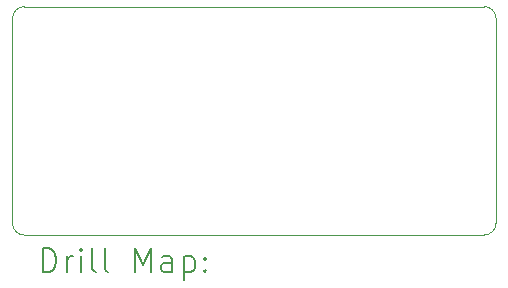
<source format=gbr>
%TF.GenerationSoftware,KiCad,Pcbnew,8.0.1*%
%TF.CreationDate,2024-10-05T18:53:15+08:00*%
%TF.ProjectId,TPS54331_EVA_Board,54505335-3433-4333-915f-4556415f426f,rev?*%
%TF.SameCoordinates,Original*%
%TF.FileFunction,Drillmap*%
%TF.FilePolarity,Positive*%
%FSLAX45Y45*%
G04 Gerber Fmt 4.5, Leading zero omitted, Abs format (unit mm)*
G04 Created by KiCad (PCBNEW 8.0.1) date 2024-10-05 18:53:15*
%MOMM*%
%LPD*%
G01*
G04 APERTURE LIST*
%ADD10C,0.050000*%
%ADD11C,0.200000*%
G04 APERTURE END LIST*
D10*
X13195000Y-8809289D02*
G75*
G02*
X13094289Y-8910000I-100710J-1D01*
G01*
X9200711Y-8910000D02*
X13094289Y-8910000D01*
X9200711Y-8910000D02*
G75*
G02*
X9100000Y-8809289I-1J100710D01*
G01*
X9100711Y-7075711D02*
G75*
G02*
X9200711Y-6975711I99999J1D01*
G01*
X13195000Y-8809289D02*
X13194289Y-7075711D01*
X13094289Y-6975711D02*
X9200711Y-6975711D01*
X9100711Y-7075711D02*
X9100000Y-8809289D01*
X13094289Y-6975711D02*
G75*
G02*
X13194289Y-7075711I1J-99999D01*
G01*
D11*
X9358277Y-9223984D02*
X9358277Y-9023984D01*
X9358277Y-9023984D02*
X9405896Y-9023984D01*
X9405896Y-9023984D02*
X9434467Y-9033508D01*
X9434467Y-9033508D02*
X9453515Y-9052555D01*
X9453515Y-9052555D02*
X9463039Y-9071603D01*
X9463039Y-9071603D02*
X9472563Y-9109698D01*
X9472563Y-9109698D02*
X9472563Y-9138270D01*
X9472563Y-9138270D02*
X9463039Y-9176365D01*
X9463039Y-9176365D02*
X9453515Y-9195412D01*
X9453515Y-9195412D02*
X9434467Y-9214460D01*
X9434467Y-9214460D02*
X9405896Y-9223984D01*
X9405896Y-9223984D02*
X9358277Y-9223984D01*
X9558277Y-9223984D02*
X9558277Y-9090650D01*
X9558277Y-9128746D02*
X9567801Y-9109698D01*
X9567801Y-9109698D02*
X9577324Y-9100174D01*
X9577324Y-9100174D02*
X9596372Y-9090650D01*
X9596372Y-9090650D02*
X9615420Y-9090650D01*
X9682086Y-9223984D02*
X9682086Y-9090650D01*
X9682086Y-9023984D02*
X9672563Y-9033508D01*
X9672563Y-9033508D02*
X9682086Y-9043031D01*
X9682086Y-9043031D02*
X9691610Y-9033508D01*
X9691610Y-9033508D02*
X9682086Y-9023984D01*
X9682086Y-9023984D02*
X9682086Y-9043031D01*
X9805896Y-9223984D02*
X9786848Y-9214460D01*
X9786848Y-9214460D02*
X9777324Y-9195412D01*
X9777324Y-9195412D02*
X9777324Y-9023984D01*
X9910658Y-9223984D02*
X9891610Y-9214460D01*
X9891610Y-9214460D02*
X9882086Y-9195412D01*
X9882086Y-9195412D02*
X9882086Y-9023984D01*
X10139229Y-9223984D02*
X10139229Y-9023984D01*
X10139229Y-9023984D02*
X10205896Y-9166841D01*
X10205896Y-9166841D02*
X10272563Y-9023984D01*
X10272563Y-9023984D02*
X10272563Y-9223984D01*
X10453515Y-9223984D02*
X10453515Y-9119222D01*
X10453515Y-9119222D02*
X10443991Y-9100174D01*
X10443991Y-9100174D02*
X10424944Y-9090650D01*
X10424944Y-9090650D02*
X10386848Y-9090650D01*
X10386848Y-9090650D02*
X10367801Y-9100174D01*
X10453515Y-9214460D02*
X10434467Y-9223984D01*
X10434467Y-9223984D02*
X10386848Y-9223984D01*
X10386848Y-9223984D02*
X10367801Y-9214460D01*
X10367801Y-9214460D02*
X10358277Y-9195412D01*
X10358277Y-9195412D02*
X10358277Y-9176365D01*
X10358277Y-9176365D02*
X10367801Y-9157317D01*
X10367801Y-9157317D02*
X10386848Y-9147793D01*
X10386848Y-9147793D02*
X10434467Y-9147793D01*
X10434467Y-9147793D02*
X10453515Y-9138270D01*
X10548753Y-9090650D02*
X10548753Y-9290650D01*
X10548753Y-9100174D02*
X10567801Y-9090650D01*
X10567801Y-9090650D02*
X10605896Y-9090650D01*
X10605896Y-9090650D02*
X10624944Y-9100174D01*
X10624944Y-9100174D02*
X10634467Y-9109698D01*
X10634467Y-9109698D02*
X10643991Y-9128746D01*
X10643991Y-9128746D02*
X10643991Y-9185889D01*
X10643991Y-9185889D02*
X10634467Y-9204936D01*
X10634467Y-9204936D02*
X10624944Y-9214460D01*
X10624944Y-9214460D02*
X10605896Y-9223984D01*
X10605896Y-9223984D02*
X10567801Y-9223984D01*
X10567801Y-9223984D02*
X10548753Y-9214460D01*
X10729705Y-9204936D02*
X10739229Y-9214460D01*
X10739229Y-9214460D02*
X10729705Y-9223984D01*
X10729705Y-9223984D02*
X10720182Y-9214460D01*
X10720182Y-9214460D02*
X10729705Y-9204936D01*
X10729705Y-9204936D02*
X10729705Y-9223984D01*
X10729705Y-9100174D02*
X10739229Y-9109698D01*
X10739229Y-9109698D02*
X10729705Y-9119222D01*
X10729705Y-9119222D02*
X10720182Y-9109698D01*
X10720182Y-9109698D02*
X10729705Y-9100174D01*
X10729705Y-9100174D02*
X10729705Y-9119222D01*
M02*

</source>
